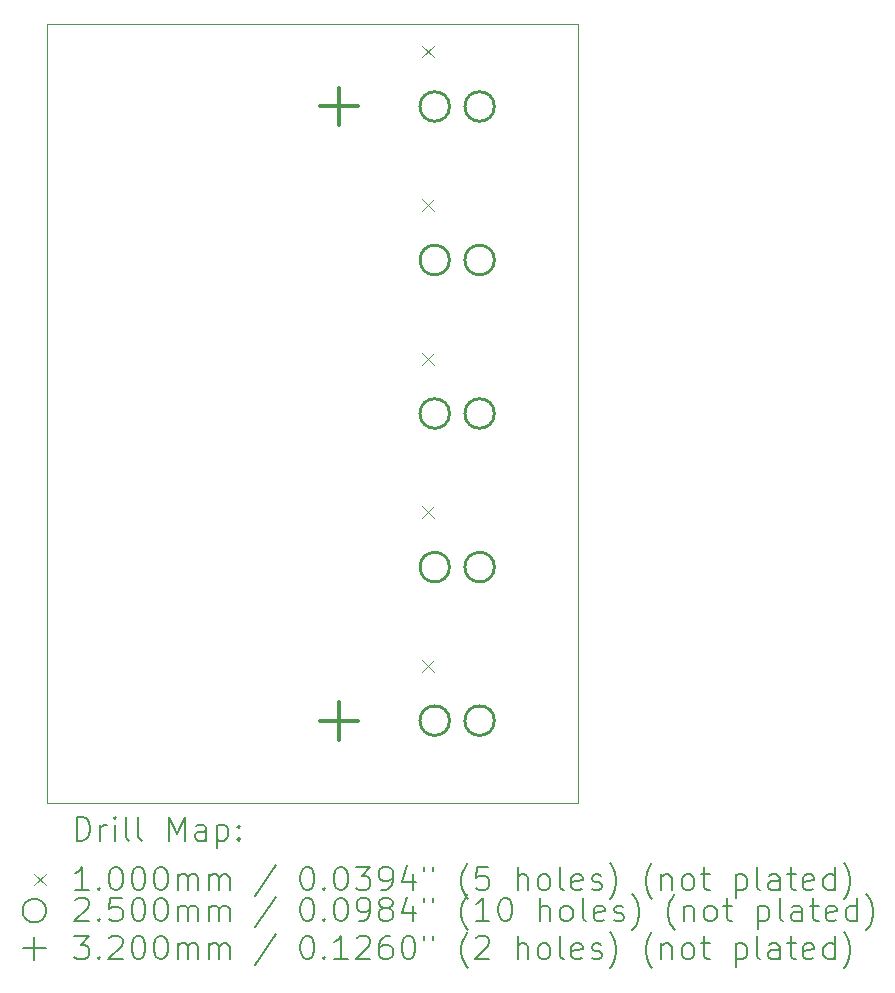
<source format=gbr>
%TF.GenerationSoftware,KiCad,Pcbnew,(6.0.8)*%
%TF.CreationDate,2023-09-02T11:51:02+03:00*%
%TF.ProjectId,line_sensor_encoder,6c696e65-5f73-4656-9e73-6f725f656e63,rev?*%
%TF.SameCoordinates,Original*%
%TF.FileFunction,Drillmap*%
%TF.FilePolarity,Positive*%
%FSLAX45Y45*%
G04 Gerber Fmt 4.5, Leading zero omitted, Abs format (unit mm)*
G04 Created by KiCad (PCBNEW (6.0.8)) date 2023-09-02 11:51:02*
%MOMM*%
%LPD*%
G01*
G04 APERTURE LIST*
%ADD10C,0.100000*%
%ADD11C,0.200000*%
%ADD12C,0.250000*%
%ADD13C,0.320000*%
G04 APERTURE END LIST*
D10*
X12600000Y-6325000D02*
X17100000Y-6325000D01*
X17100000Y-6325000D02*
X17100000Y-12925000D01*
X17100000Y-12925000D02*
X12600000Y-12925000D01*
X12600000Y-12925000D02*
X12600000Y-6325000D01*
D11*
D10*
X15780000Y-6510000D02*
X15880000Y-6610000D01*
X15880000Y-6510000D02*
X15780000Y-6610000D01*
X15780000Y-7810000D02*
X15880000Y-7910000D01*
X15880000Y-7810000D02*
X15780000Y-7910000D01*
X15780000Y-9110000D02*
X15880000Y-9210000D01*
X15880000Y-9110000D02*
X15780000Y-9210000D01*
X15780000Y-10410000D02*
X15880000Y-10510000D01*
X15880000Y-10410000D02*
X15780000Y-10510000D01*
X15780000Y-11710000D02*
X15880000Y-11810000D01*
X15880000Y-11710000D02*
X15780000Y-11810000D01*
D12*
X16010000Y-7025000D02*
G75*
G03*
X16010000Y-7025000I-125000J0D01*
G01*
X16010000Y-8325000D02*
G75*
G03*
X16010000Y-8325000I-125000J0D01*
G01*
X16010000Y-9625000D02*
G75*
G03*
X16010000Y-9625000I-125000J0D01*
G01*
X16010000Y-10925000D02*
G75*
G03*
X16010000Y-10925000I-125000J0D01*
G01*
X16010000Y-12225000D02*
G75*
G03*
X16010000Y-12225000I-125000J0D01*
G01*
X16390000Y-7025000D02*
G75*
G03*
X16390000Y-7025000I-125000J0D01*
G01*
X16390000Y-8325000D02*
G75*
G03*
X16390000Y-8325000I-125000J0D01*
G01*
X16390000Y-9625000D02*
G75*
G03*
X16390000Y-9625000I-125000J0D01*
G01*
X16390000Y-10925000D02*
G75*
G03*
X16390000Y-10925000I-125000J0D01*
G01*
X16390000Y-12225000D02*
G75*
G03*
X16390000Y-12225000I-125000J0D01*
G01*
D13*
X15075000Y-6865000D02*
X15075000Y-7185000D01*
X14915000Y-7025000D02*
X15235000Y-7025000D01*
X15075000Y-12065000D02*
X15075000Y-12385000D01*
X14915000Y-12225000D02*
X15235000Y-12225000D01*
D11*
X12852619Y-13240476D02*
X12852619Y-13040476D01*
X12900238Y-13040476D01*
X12928809Y-13050000D01*
X12947857Y-13069048D01*
X12957381Y-13088095D01*
X12966905Y-13126190D01*
X12966905Y-13154762D01*
X12957381Y-13192857D01*
X12947857Y-13211905D01*
X12928809Y-13230952D01*
X12900238Y-13240476D01*
X12852619Y-13240476D01*
X13052619Y-13240476D02*
X13052619Y-13107143D01*
X13052619Y-13145238D02*
X13062143Y-13126190D01*
X13071667Y-13116667D01*
X13090714Y-13107143D01*
X13109762Y-13107143D01*
X13176428Y-13240476D02*
X13176428Y-13107143D01*
X13176428Y-13040476D02*
X13166905Y-13050000D01*
X13176428Y-13059524D01*
X13185952Y-13050000D01*
X13176428Y-13040476D01*
X13176428Y-13059524D01*
X13300238Y-13240476D02*
X13281190Y-13230952D01*
X13271667Y-13211905D01*
X13271667Y-13040476D01*
X13405000Y-13240476D02*
X13385952Y-13230952D01*
X13376428Y-13211905D01*
X13376428Y-13040476D01*
X13633571Y-13240476D02*
X13633571Y-13040476D01*
X13700238Y-13183333D01*
X13766905Y-13040476D01*
X13766905Y-13240476D01*
X13947857Y-13240476D02*
X13947857Y-13135714D01*
X13938333Y-13116667D01*
X13919286Y-13107143D01*
X13881190Y-13107143D01*
X13862143Y-13116667D01*
X13947857Y-13230952D02*
X13928809Y-13240476D01*
X13881190Y-13240476D01*
X13862143Y-13230952D01*
X13852619Y-13211905D01*
X13852619Y-13192857D01*
X13862143Y-13173809D01*
X13881190Y-13164286D01*
X13928809Y-13164286D01*
X13947857Y-13154762D01*
X14043095Y-13107143D02*
X14043095Y-13307143D01*
X14043095Y-13116667D02*
X14062143Y-13107143D01*
X14100238Y-13107143D01*
X14119286Y-13116667D01*
X14128809Y-13126190D01*
X14138333Y-13145238D01*
X14138333Y-13202381D01*
X14128809Y-13221428D01*
X14119286Y-13230952D01*
X14100238Y-13240476D01*
X14062143Y-13240476D01*
X14043095Y-13230952D01*
X14224048Y-13221428D02*
X14233571Y-13230952D01*
X14224048Y-13240476D01*
X14214524Y-13230952D01*
X14224048Y-13221428D01*
X14224048Y-13240476D01*
X14224048Y-13116667D02*
X14233571Y-13126190D01*
X14224048Y-13135714D01*
X14214524Y-13126190D01*
X14224048Y-13116667D01*
X14224048Y-13135714D01*
D10*
X12495000Y-13520000D02*
X12595000Y-13620000D01*
X12595000Y-13520000D02*
X12495000Y-13620000D01*
D11*
X12957381Y-13660476D02*
X12843095Y-13660476D01*
X12900238Y-13660476D02*
X12900238Y-13460476D01*
X12881190Y-13489048D01*
X12862143Y-13508095D01*
X12843095Y-13517619D01*
X13043095Y-13641428D02*
X13052619Y-13650952D01*
X13043095Y-13660476D01*
X13033571Y-13650952D01*
X13043095Y-13641428D01*
X13043095Y-13660476D01*
X13176428Y-13460476D02*
X13195476Y-13460476D01*
X13214524Y-13470000D01*
X13224048Y-13479524D01*
X13233571Y-13498571D01*
X13243095Y-13536667D01*
X13243095Y-13584286D01*
X13233571Y-13622381D01*
X13224048Y-13641428D01*
X13214524Y-13650952D01*
X13195476Y-13660476D01*
X13176428Y-13660476D01*
X13157381Y-13650952D01*
X13147857Y-13641428D01*
X13138333Y-13622381D01*
X13128809Y-13584286D01*
X13128809Y-13536667D01*
X13138333Y-13498571D01*
X13147857Y-13479524D01*
X13157381Y-13470000D01*
X13176428Y-13460476D01*
X13366905Y-13460476D02*
X13385952Y-13460476D01*
X13405000Y-13470000D01*
X13414524Y-13479524D01*
X13424048Y-13498571D01*
X13433571Y-13536667D01*
X13433571Y-13584286D01*
X13424048Y-13622381D01*
X13414524Y-13641428D01*
X13405000Y-13650952D01*
X13385952Y-13660476D01*
X13366905Y-13660476D01*
X13347857Y-13650952D01*
X13338333Y-13641428D01*
X13328809Y-13622381D01*
X13319286Y-13584286D01*
X13319286Y-13536667D01*
X13328809Y-13498571D01*
X13338333Y-13479524D01*
X13347857Y-13470000D01*
X13366905Y-13460476D01*
X13557381Y-13460476D02*
X13576428Y-13460476D01*
X13595476Y-13470000D01*
X13605000Y-13479524D01*
X13614524Y-13498571D01*
X13624048Y-13536667D01*
X13624048Y-13584286D01*
X13614524Y-13622381D01*
X13605000Y-13641428D01*
X13595476Y-13650952D01*
X13576428Y-13660476D01*
X13557381Y-13660476D01*
X13538333Y-13650952D01*
X13528809Y-13641428D01*
X13519286Y-13622381D01*
X13509762Y-13584286D01*
X13509762Y-13536667D01*
X13519286Y-13498571D01*
X13528809Y-13479524D01*
X13538333Y-13470000D01*
X13557381Y-13460476D01*
X13709762Y-13660476D02*
X13709762Y-13527143D01*
X13709762Y-13546190D02*
X13719286Y-13536667D01*
X13738333Y-13527143D01*
X13766905Y-13527143D01*
X13785952Y-13536667D01*
X13795476Y-13555714D01*
X13795476Y-13660476D01*
X13795476Y-13555714D02*
X13805000Y-13536667D01*
X13824048Y-13527143D01*
X13852619Y-13527143D01*
X13871667Y-13536667D01*
X13881190Y-13555714D01*
X13881190Y-13660476D01*
X13976428Y-13660476D02*
X13976428Y-13527143D01*
X13976428Y-13546190D02*
X13985952Y-13536667D01*
X14005000Y-13527143D01*
X14033571Y-13527143D01*
X14052619Y-13536667D01*
X14062143Y-13555714D01*
X14062143Y-13660476D01*
X14062143Y-13555714D02*
X14071667Y-13536667D01*
X14090714Y-13527143D01*
X14119286Y-13527143D01*
X14138333Y-13536667D01*
X14147857Y-13555714D01*
X14147857Y-13660476D01*
X14538333Y-13450952D02*
X14366905Y-13708095D01*
X14795476Y-13460476D02*
X14814524Y-13460476D01*
X14833571Y-13470000D01*
X14843095Y-13479524D01*
X14852619Y-13498571D01*
X14862143Y-13536667D01*
X14862143Y-13584286D01*
X14852619Y-13622381D01*
X14843095Y-13641428D01*
X14833571Y-13650952D01*
X14814524Y-13660476D01*
X14795476Y-13660476D01*
X14776428Y-13650952D01*
X14766905Y-13641428D01*
X14757381Y-13622381D01*
X14747857Y-13584286D01*
X14747857Y-13536667D01*
X14757381Y-13498571D01*
X14766905Y-13479524D01*
X14776428Y-13470000D01*
X14795476Y-13460476D01*
X14947857Y-13641428D02*
X14957381Y-13650952D01*
X14947857Y-13660476D01*
X14938333Y-13650952D01*
X14947857Y-13641428D01*
X14947857Y-13660476D01*
X15081190Y-13460476D02*
X15100238Y-13460476D01*
X15119286Y-13470000D01*
X15128809Y-13479524D01*
X15138333Y-13498571D01*
X15147857Y-13536667D01*
X15147857Y-13584286D01*
X15138333Y-13622381D01*
X15128809Y-13641428D01*
X15119286Y-13650952D01*
X15100238Y-13660476D01*
X15081190Y-13660476D01*
X15062143Y-13650952D01*
X15052619Y-13641428D01*
X15043095Y-13622381D01*
X15033571Y-13584286D01*
X15033571Y-13536667D01*
X15043095Y-13498571D01*
X15052619Y-13479524D01*
X15062143Y-13470000D01*
X15081190Y-13460476D01*
X15214524Y-13460476D02*
X15338333Y-13460476D01*
X15271667Y-13536667D01*
X15300238Y-13536667D01*
X15319286Y-13546190D01*
X15328809Y-13555714D01*
X15338333Y-13574762D01*
X15338333Y-13622381D01*
X15328809Y-13641428D01*
X15319286Y-13650952D01*
X15300238Y-13660476D01*
X15243095Y-13660476D01*
X15224048Y-13650952D01*
X15214524Y-13641428D01*
X15433571Y-13660476D02*
X15471667Y-13660476D01*
X15490714Y-13650952D01*
X15500238Y-13641428D01*
X15519286Y-13612857D01*
X15528809Y-13574762D01*
X15528809Y-13498571D01*
X15519286Y-13479524D01*
X15509762Y-13470000D01*
X15490714Y-13460476D01*
X15452619Y-13460476D01*
X15433571Y-13470000D01*
X15424048Y-13479524D01*
X15414524Y-13498571D01*
X15414524Y-13546190D01*
X15424048Y-13565238D01*
X15433571Y-13574762D01*
X15452619Y-13584286D01*
X15490714Y-13584286D01*
X15509762Y-13574762D01*
X15519286Y-13565238D01*
X15528809Y-13546190D01*
X15700238Y-13527143D02*
X15700238Y-13660476D01*
X15652619Y-13450952D02*
X15605000Y-13593809D01*
X15728809Y-13593809D01*
X15795476Y-13460476D02*
X15795476Y-13498571D01*
X15871667Y-13460476D02*
X15871667Y-13498571D01*
X16166905Y-13736667D02*
X16157381Y-13727143D01*
X16138333Y-13698571D01*
X16128809Y-13679524D01*
X16119286Y-13650952D01*
X16109762Y-13603333D01*
X16109762Y-13565238D01*
X16119286Y-13517619D01*
X16128809Y-13489048D01*
X16138333Y-13470000D01*
X16157381Y-13441428D01*
X16166905Y-13431905D01*
X16338333Y-13460476D02*
X16243095Y-13460476D01*
X16233571Y-13555714D01*
X16243095Y-13546190D01*
X16262143Y-13536667D01*
X16309762Y-13536667D01*
X16328809Y-13546190D01*
X16338333Y-13555714D01*
X16347857Y-13574762D01*
X16347857Y-13622381D01*
X16338333Y-13641428D01*
X16328809Y-13650952D01*
X16309762Y-13660476D01*
X16262143Y-13660476D01*
X16243095Y-13650952D01*
X16233571Y-13641428D01*
X16585952Y-13660476D02*
X16585952Y-13460476D01*
X16671667Y-13660476D02*
X16671667Y-13555714D01*
X16662143Y-13536667D01*
X16643095Y-13527143D01*
X16614524Y-13527143D01*
X16595476Y-13536667D01*
X16585952Y-13546190D01*
X16795476Y-13660476D02*
X16776428Y-13650952D01*
X16766905Y-13641428D01*
X16757381Y-13622381D01*
X16757381Y-13565238D01*
X16766905Y-13546190D01*
X16776428Y-13536667D01*
X16795476Y-13527143D01*
X16824048Y-13527143D01*
X16843095Y-13536667D01*
X16852619Y-13546190D01*
X16862143Y-13565238D01*
X16862143Y-13622381D01*
X16852619Y-13641428D01*
X16843095Y-13650952D01*
X16824048Y-13660476D01*
X16795476Y-13660476D01*
X16976429Y-13660476D02*
X16957381Y-13650952D01*
X16947857Y-13631905D01*
X16947857Y-13460476D01*
X17128810Y-13650952D02*
X17109762Y-13660476D01*
X17071667Y-13660476D01*
X17052619Y-13650952D01*
X17043095Y-13631905D01*
X17043095Y-13555714D01*
X17052619Y-13536667D01*
X17071667Y-13527143D01*
X17109762Y-13527143D01*
X17128810Y-13536667D01*
X17138333Y-13555714D01*
X17138333Y-13574762D01*
X17043095Y-13593809D01*
X17214524Y-13650952D02*
X17233571Y-13660476D01*
X17271667Y-13660476D01*
X17290714Y-13650952D01*
X17300238Y-13631905D01*
X17300238Y-13622381D01*
X17290714Y-13603333D01*
X17271667Y-13593809D01*
X17243095Y-13593809D01*
X17224048Y-13584286D01*
X17214524Y-13565238D01*
X17214524Y-13555714D01*
X17224048Y-13536667D01*
X17243095Y-13527143D01*
X17271667Y-13527143D01*
X17290714Y-13536667D01*
X17366905Y-13736667D02*
X17376429Y-13727143D01*
X17395476Y-13698571D01*
X17405000Y-13679524D01*
X17414524Y-13650952D01*
X17424048Y-13603333D01*
X17424048Y-13565238D01*
X17414524Y-13517619D01*
X17405000Y-13489048D01*
X17395476Y-13470000D01*
X17376429Y-13441428D01*
X17366905Y-13431905D01*
X17728810Y-13736667D02*
X17719286Y-13727143D01*
X17700238Y-13698571D01*
X17690714Y-13679524D01*
X17681190Y-13650952D01*
X17671667Y-13603333D01*
X17671667Y-13565238D01*
X17681190Y-13517619D01*
X17690714Y-13489048D01*
X17700238Y-13470000D01*
X17719286Y-13441428D01*
X17728810Y-13431905D01*
X17805000Y-13527143D02*
X17805000Y-13660476D01*
X17805000Y-13546190D02*
X17814524Y-13536667D01*
X17833571Y-13527143D01*
X17862143Y-13527143D01*
X17881190Y-13536667D01*
X17890714Y-13555714D01*
X17890714Y-13660476D01*
X18014524Y-13660476D02*
X17995476Y-13650952D01*
X17985952Y-13641428D01*
X17976429Y-13622381D01*
X17976429Y-13565238D01*
X17985952Y-13546190D01*
X17995476Y-13536667D01*
X18014524Y-13527143D01*
X18043095Y-13527143D01*
X18062143Y-13536667D01*
X18071667Y-13546190D01*
X18081190Y-13565238D01*
X18081190Y-13622381D01*
X18071667Y-13641428D01*
X18062143Y-13650952D01*
X18043095Y-13660476D01*
X18014524Y-13660476D01*
X18138333Y-13527143D02*
X18214524Y-13527143D01*
X18166905Y-13460476D02*
X18166905Y-13631905D01*
X18176429Y-13650952D01*
X18195476Y-13660476D01*
X18214524Y-13660476D01*
X18433571Y-13527143D02*
X18433571Y-13727143D01*
X18433571Y-13536667D02*
X18452619Y-13527143D01*
X18490714Y-13527143D01*
X18509762Y-13536667D01*
X18519286Y-13546190D01*
X18528810Y-13565238D01*
X18528810Y-13622381D01*
X18519286Y-13641428D01*
X18509762Y-13650952D01*
X18490714Y-13660476D01*
X18452619Y-13660476D01*
X18433571Y-13650952D01*
X18643095Y-13660476D02*
X18624048Y-13650952D01*
X18614524Y-13631905D01*
X18614524Y-13460476D01*
X18805000Y-13660476D02*
X18805000Y-13555714D01*
X18795476Y-13536667D01*
X18776429Y-13527143D01*
X18738333Y-13527143D01*
X18719286Y-13536667D01*
X18805000Y-13650952D02*
X18785952Y-13660476D01*
X18738333Y-13660476D01*
X18719286Y-13650952D01*
X18709762Y-13631905D01*
X18709762Y-13612857D01*
X18719286Y-13593809D01*
X18738333Y-13584286D01*
X18785952Y-13584286D01*
X18805000Y-13574762D01*
X18871667Y-13527143D02*
X18947857Y-13527143D01*
X18900238Y-13460476D02*
X18900238Y-13631905D01*
X18909762Y-13650952D01*
X18928810Y-13660476D01*
X18947857Y-13660476D01*
X19090714Y-13650952D02*
X19071667Y-13660476D01*
X19033571Y-13660476D01*
X19014524Y-13650952D01*
X19005000Y-13631905D01*
X19005000Y-13555714D01*
X19014524Y-13536667D01*
X19033571Y-13527143D01*
X19071667Y-13527143D01*
X19090714Y-13536667D01*
X19100238Y-13555714D01*
X19100238Y-13574762D01*
X19005000Y-13593809D01*
X19271667Y-13660476D02*
X19271667Y-13460476D01*
X19271667Y-13650952D02*
X19252619Y-13660476D01*
X19214524Y-13660476D01*
X19195476Y-13650952D01*
X19185952Y-13641428D01*
X19176429Y-13622381D01*
X19176429Y-13565238D01*
X19185952Y-13546190D01*
X19195476Y-13536667D01*
X19214524Y-13527143D01*
X19252619Y-13527143D01*
X19271667Y-13536667D01*
X19347857Y-13736667D02*
X19357381Y-13727143D01*
X19376429Y-13698571D01*
X19385952Y-13679524D01*
X19395476Y-13650952D01*
X19405000Y-13603333D01*
X19405000Y-13565238D01*
X19395476Y-13517619D01*
X19385952Y-13489048D01*
X19376429Y-13470000D01*
X19357381Y-13441428D01*
X19347857Y-13431905D01*
X12595000Y-13834000D02*
G75*
G03*
X12595000Y-13834000I-100000J0D01*
G01*
X12843095Y-13743524D02*
X12852619Y-13734000D01*
X12871667Y-13724476D01*
X12919286Y-13724476D01*
X12938333Y-13734000D01*
X12947857Y-13743524D01*
X12957381Y-13762571D01*
X12957381Y-13781619D01*
X12947857Y-13810190D01*
X12833571Y-13924476D01*
X12957381Y-13924476D01*
X13043095Y-13905428D02*
X13052619Y-13914952D01*
X13043095Y-13924476D01*
X13033571Y-13914952D01*
X13043095Y-13905428D01*
X13043095Y-13924476D01*
X13233571Y-13724476D02*
X13138333Y-13724476D01*
X13128809Y-13819714D01*
X13138333Y-13810190D01*
X13157381Y-13800667D01*
X13205000Y-13800667D01*
X13224048Y-13810190D01*
X13233571Y-13819714D01*
X13243095Y-13838762D01*
X13243095Y-13886381D01*
X13233571Y-13905428D01*
X13224048Y-13914952D01*
X13205000Y-13924476D01*
X13157381Y-13924476D01*
X13138333Y-13914952D01*
X13128809Y-13905428D01*
X13366905Y-13724476D02*
X13385952Y-13724476D01*
X13405000Y-13734000D01*
X13414524Y-13743524D01*
X13424048Y-13762571D01*
X13433571Y-13800667D01*
X13433571Y-13848286D01*
X13424048Y-13886381D01*
X13414524Y-13905428D01*
X13405000Y-13914952D01*
X13385952Y-13924476D01*
X13366905Y-13924476D01*
X13347857Y-13914952D01*
X13338333Y-13905428D01*
X13328809Y-13886381D01*
X13319286Y-13848286D01*
X13319286Y-13800667D01*
X13328809Y-13762571D01*
X13338333Y-13743524D01*
X13347857Y-13734000D01*
X13366905Y-13724476D01*
X13557381Y-13724476D02*
X13576428Y-13724476D01*
X13595476Y-13734000D01*
X13605000Y-13743524D01*
X13614524Y-13762571D01*
X13624048Y-13800667D01*
X13624048Y-13848286D01*
X13614524Y-13886381D01*
X13605000Y-13905428D01*
X13595476Y-13914952D01*
X13576428Y-13924476D01*
X13557381Y-13924476D01*
X13538333Y-13914952D01*
X13528809Y-13905428D01*
X13519286Y-13886381D01*
X13509762Y-13848286D01*
X13509762Y-13800667D01*
X13519286Y-13762571D01*
X13528809Y-13743524D01*
X13538333Y-13734000D01*
X13557381Y-13724476D01*
X13709762Y-13924476D02*
X13709762Y-13791143D01*
X13709762Y-13810190D02*
X13719286Y-13800667D01*
X13738333Y-13791143D01*
X13766905Y-13791143D01*
X13785952Y-13800667D01*
X13795476Y-13819714D01*
X13795476Y-13924476D01*
X13795476Y-13819714D02*
X13805000Y-13800667D01*
X13824048Y-13791143D01*
X13852619Y-13791143D01*
X13871667Y-13800667D01*
X13881190Y-13819714D01*
X13881190Y-13924476D01*
X13976428Y-13924476D02*
X13976428Y-13791143D01*
X13976428Y-13810190D02*
X13985952Y-13800667D01*
X14005000Y-13791143D01*
X14033571Y-13791143D01*
X14052619Y-13800667D01*
X14062143Y-13819714D01*
X14062143Y-13924476D01*
X14062143Y-13819714D02*
X14071667Y-13800667D01*
X14090714Y-13791143D01*
X14119286Y-13791143D01*
X14138333Y-13800667D01*
X14147857Y-13819714D01*
X14147857Y-13924476D01*
X14538333Y-13714952D02*
X14366905Y-13972095D01*
X14795476Y-13724476D02*
X14814524Y-13724476D01*
X14833571Y-13734000D01*
X14843095Y-13743524D01*
X14852619Y-13762571D01*
X14862143Y-13800667D01*
X14862143Y-13848286D01*
X14852619Y-13886381D01*
X14843095Y-13905428D01*
X14833571Y-13914952D01*
X14814524Y-13924476D01*
X14795476Y-13924476D01*
X14776428Y-13914952D01*
X14766905Y-13905428D01*
X14757381Y-13886381D01*
X14747857Y-13848286D01*
X14747857Y-13800667D01*
X14757381Y-13762571D01*
X14766905Y-13743524D01*
X14776428Y-13734000D01*
X14795476Y-13724476D01*
X14947857Y-13905428D02*
X14957381Y-13914952D01*
X14947857Y-13924476D01*
X14938333Y-13914952D01*
X14947857Y-13905428D01*
X14947857Y-13924476D01*
X15081190Y-13724476D02*
X15100238Y-13724476D01*
X15119286Y-13734000D01*
X15128809Y-13743524D01*
X15138333Y-13762571D01*
X15147857Y-13800667D01*
X15147857Y-13848286D01*
X15138333Y-13886381D01*
X15128809Y-13905428D01*
X15119286Y-13914952D01*
X15100238Y-13924476D01*
X15081190Y-13924476D01*
X15062143Y-13914952D01*
X15052619Y-13905428D01*
X15043095Y-13886381D01*
X15033571Y-13848286D01*
X15033571Y-13800667D01*
X15043095Y-13762571D01*
X15052619Y-13743524D01*
X15062143Y-13734000D01*
X15081190Y-13724476D01*
X15243095Y-13924476D02*
X15281190Y-13924476D01*
X15300238Y-13914952D01*
X15309762Y-13905428D01*
X15328809Y-13876857D01*
X15338333Y-13838762D01*
X15338333Y-13762571D01*
X15328809Y-13743524D01*
X15319286Y-13734000D01*
X15300238Y-13724476D01*
X15262143Y-13724476D01*
X15243095Y-13734000D01*
X15233571Y-13743524D01*
X15224048Y-13762571D01*
X15224048Y-13810190D01*
X15233571Y-13829238D01*
X15243095Y-13838762D01*
X15262143Y-13848286D01*
X15300238Y-13848286D01*
X15319286Y-13838762D01*
X15328809Y-13829238D01*
X15338333Y-13810190D01*
X15452619Y-13810190D02*
X15433571Y-13800667D01*
X15424048Y-13791143D01*
X15414524Y-13772095D01*
X15414524Y-13762571D01*
X15424048Y-13743524D01*
X15433571Y-13734000D01*
X15452619Y-13724476D01*
X15490714Y-13724476D01*
X15509762Y-13734000D01*
X15519286Y-13743524D01*
X15528809Y-13762571D01*
X15528809Y-13772095D01*
X15519286Y-13791143D01*
X15509762Y-13800667D01*
X15490714Y-13810190D01*
X15452619Y-13810190D01*
X15433571Y-13819714D01*
X15424048Y-13829238D01*
X15414524Y-13848286D01*
X15414524Y-13886381D01*
X15424048Y-13905428D01*
X15433571Y-13914952D01*
X15452619Y-13924476D01*
X15490714Y-13924476D01*
X15509762Y-13914952D01*
X15519286Y-13905428D01*
X15528809Y-13886381D01*
X15528809Y-13848286D01*
X15519286Y-13829238D01*
X15509762Y-13819714D01*
X15490714Y-13810190D01*
X15700238Y-13791143D02*
X15700238Y-13924476D01*
X15652619Y-13714952D02*
X15605000Y-13857809D01*
X15728809Y-13857809D01*
X15795476Y-13724476D02*
X15795476Y-13762571D01*
X15871667Y-13724476D02*
X15871667Y-13762571D01*
X16166905Y-14000667D02*
X16157381Y-13991143D01*
X16138333Y-13962571D01*
X16128809Y-13943524D01*
X16119286Y-13914952D01*
X16109762Y-13867333D01*
X16109762Y-13829238D01*
X16119286Y-13781619D01*
X16128809Y-13753048D01*
X16138333Y-13734000D01*
X16157381Y-13705428D01*
X16166905Y-13695905D01*
X16347857Y-13924476D02*
X16233571Y-13924476D01*
X16290714Y-13924476D02*
X16290714Y-13724476D01*
X16271667Y-13753048D01*
X16252619Y-13772095D01*
X16233571Y-13781619D01*
X16471667Y-13724476D02*
X16490714Y-13724476D01*
X16509762Y-13734000D01*
X16519286Y-13743524D01*
X16528809Y-13762571D01*
X16538333Y-13800667D01*
X16538333Y-13848286D01*
X16528809Y-13886381D01*
X16519286Y-13905428D01*
X16509762Y-13914952D01*
X16490714Y-13924476D01*
X16471667Y-13924476D01*
X16452619Y-13914952D01*
X16443095Y-13905428D01*
X16433571Y-13886381D01*
X16424048Y-13848286D01*
X16424048Y-13800667D01*
X16433571Y-13762571D01*
X16443095Y-13743524D01*
X16452619Y-13734000D01*
X16471667Y-13724476D01*
X16776428Y-13924476D02*
X16776428Y-13724476D01*
X16862143Y-13924476D02*
X16862143Y-13819714D01*
X16852619Y-13800667D01*
X16833571Y-13791143D01*
X16805000Y-13791143D01*
X16785952Y-13800667D01*
X16776428Y-13810190D01*
X16985952Y-13924476D02*
X16966905Y-13914952D01*
X16957381Y-13905428D01*
X16947857Y-13886381D01*
X16947857Y-13829238D01*
X16957381Y-13810190D01*
X16966905Y-13800667D01*
X16985952Y-13791143D01*
X17014524Y-13791143D01*
X17033571Y-13800667D01*
X17043095Y-13810190D01*
X17052619Y-13829238D01*
X17052619Y-13886381D01*
X17043095Y-13905428D01*
X17033571Y-13914952D01*
X17014524Y-13924476D01*
X16985952Y-13924476D01*
X17166905Y-13924476D02*
X17147857Y-13914952D01*
X17138333Y-13895905D01*
X17138333Y-13724476D01*
X17319286Y-13914952D02*
X17300238Y-13924476D01*
X17262143Y-13924476D01*
X17243095Y-13914952D01*
X17233571Y-13895905D01*
X17233571Y-13819714D01*
X17243095Y-13800667D01*
X17262143Y-13791143D01*
X17300238Y-13791143D01*
X17319286Y-13800667D01*
X17328810Y-13819714D01*
X17328810Y-13838762D01*
X17233571Y-13857809D01*
X17405000Y-13914952D02*
X17424048Y-13924476D01*
X17462143Y-13924476D01*
X17481190Y-13914952D01*
X17490714Y-13895905D01*
X17490714Y-13886381D01*
X17481190Y-13867333D01*
X17462143Y-13857809D01*
X17433571Y-13857809D01*
X17414524Y-13848286D01*
X17405000Y-13829238D01*
X17405000Y-13819714D01*
X17414524Y-13800667D01*
X17433571Y-13791143D01*
X17462143Y-13791143D01*
X17481190Y-13800667D01*
X17557381Y-14000667D02*
X17566905Y-13991143D01*
X17585952Y-13962571D01*
X17595476Y-13943524D01*
X17605000Y-13914952D01*
X17614524Y-13867333D01*
X17614524Y-13829238D01*
X17605000Y-13781619D01*
X17595476Y-13753048D01*
X17585952Y-13734000D01*
X17566905Y-13705428D01*
X17557381Y-13695905D01*
X17919286Y-14000667D02*
X17909762Y-13991143D01*
X17890714Y-13962571D01*
X17881190Y-13943524D01*
X17871667Y-13914952D01*
X17862143Y-13867333D01*
X17862143Y-13829238D01*
X17871667Y-13781619D01*
X17881190Y-13753048D01*
X17890714Y-13734000D01*
X17909762Y-13705428D01*
X17919286Y-13695905D01*
X17995476Y-13791143D02*
X17995476Y-13924476D01*
X17995476Y-13810190D02*
X18005000Y-13800667D01*
X18024048Y-13791143D01*
X18052619Y-13791143D01*
X18071667Y-13800667D01*
X18081190Y-13819714D01*
X18081190Y-13924476D01*
X18205000Y-13924476D02*
X18185952Y-13914952D01*
X18176429Y-13905428D01*
X18166905Y-13886381D01*
X18166905Y-13829238D01*
X18176429Y-13810190D01*
X18185952Y-13800667D01*
X18205000Y-13791143D01*
X18233571Y-13791143D01*
X18252619Y-13800667D01*
X18262143Y-13810190D01*
X18271667Y-13829238D01*
X18271667Y-13886381D01*
X18262143Y-13905428D01*
X18252619Y-13914952D01*
X18233571Y-13924476D01*
X18205000Y-13924476D01*
X18328810Y-13791143D02*
X18405000Y-13791143D01*
X18357381Y-13724476D02*
X18357381Y-13895905D01*
X18366905Y-13914952D01*
X18385952Y-13924476D01*
X18405000Y-13924476D01*
X18624048Y-13791143D02*
X18624048Y-13991143D01*
X18624048Y-13800667D02*
X18643095Y-13791143D01*
X18681190Y-13791143D01*
X18700238Y-13800667D01*
X18709762Y-13810190D01*
X18719286Y-13829238D01*
X18719286Y-13886381D01*
X18709762Y-13905428D01*
X18700238Y-13914952D01*
X18681190Y-13924476D01*
X18643095Y-13924476D01*
X18624048Y-13914952D01*
X18833571Y-13924476D02*
X18814524Y-13914952D01*
X18805000Y-13895905D01*
X18805000Y-13724476D01*
X18995476Y-13924476D02*
X18995476Y-13819714D01*
X18985952Y-13800667D01*
X18966905Y-13791143D01*
X18928810Y-13791143D01*
X18909762Y-13800667D01*
X18995476Y-13914952D02*
X18976429Y-13924476D01*
X18928810Y-13924476D01*
X18909762Y-13914952D01*
X18900238Y-13895905D01*
X18900238Y-13876857D01*
X18909762Y-13857809D01*
X18928810Y-13848286D01*
X18976429Y-13848286D01*
X18995476Y-13838762D01*
X19062143Y-13791143D02*
X19138333Y-13791143D01*
X19090714Y-13724476D02*
X19090714Y-13895905D01*
X19100238Y-13914952D01*
X19119286Y-13924476D01*
X19138333Y-13924476D01*
X19281190Y-13914952D02*
X19262143Y-13924476D01*
X19224048Y-13924476D01*
X19205000Y-13914952D01*
X19195476Y-13895905D01*
X19195476Y-13819714D01*
X19205000Y-13800667D01*
X19224048Y-13791143D01*
X19262143Y-13791143D01*
X19281190Y-13800667D01*
X19290714Y-13819714D01*
X19290714Y-13838762D01*
X19195476Y-13857809D01*
X19462143Y-13924476D02*
X19462143Y-13724476D01*
X19462143Y-13914952D02*
X19443095Y-13924476D01*
X19405000Y-13924476D01*
X19385952Y-13914952D01*
X19376429Y-13905428D01*
X19366905Y-13886381D01*
X19366905Y-13829238D01*
X19376429Y-13810190D01*
X19385952Y-13800667D01*
X19405000Y-13791143D01*
X19443095Y-13791143D01*
X19462143Y-13800667D01*
X19538333Y-14000667D02*
X19547857Y-13991143D01*
X19566905Y-13962571D01*
X19576429Y-13943524D01*
X19585952Y-13914952D01*
X19595476Y-13867333D01*
X19595476Y-13829238D01*
X19585952Y-13781619D01*
X19576429Y-13753048D01*
X19566905Y-13734000D01*
X19547857Y-13705428D01*
X19538333Y-13695905D01*
X12495000Y-14054000D02*
X12495000Y-14254000D01*
X12395000Y-14154000D02*
X12595000Y-14154000D01*
X12833571Y-14044476D02*
X12957381Y-14044476D01*
X12890714Y-14120667D01*
X12919286Y-14120667D01*
X12938333Y-14130190D01*
X12947857Y-14139714D01*
X12957381Y-14158762D01*
X12957381Y-14206381D01*
X12947857Y-14225428D01*
X12938333Y-14234952D01*
X12919286Y-14244476D01*
X12862143Y-14244476D01*
X12843095Y-14234952D01*
X12833571Y-14225428D01*
X13043095Y-14225428D02*
X13052619Y-14234952D01*
X13043095Y-14244476D01*
X13033571Y-14234952D01*
X13043095Y-14225428D01*
X13043095Y-14244476D01*
X13128809Y-14063524D02*
X13138333Y-14054000D01*
X13157381Y-14044476D01*
X13205000Y-14044476D01*
X13224048Y-14054000D01*
X13233571Y-14063524D01*
X13243095Y-14082571D01*
X13243095Y-14101619D01*
X13233571Y-14130190D01*
X13119286Y-14244476D01*
X13243095Y-14244476D01*
X13366905Y-14044476D02*
X13385952Y-14044476D01*
X13405000Y-14054000D01*
X13414524Y-14063524D01*
X13424048Y-14082571D01*
X13433571Y-14120667D01*
X13433571Y-14168286D01*
X13424048Y-14206381D01*
X13414524Y-14225428D01*
X13405000Y-14234952D01*
X13385952Y-14244476D01*
X13366905Y-14244476D01*
X13347857Y-14234952D01*
X13338333Y-14225428D01*
X13328809Y-14206381D01*
X13319286Y-14168286D01*
X13319286Y-14120667D01*
X13328809Y-14082571D01*
X13338333Y-14063524D01*
X13347857Y-14054000D01*
X13366905Y-14044476D01*
X13557381Y-14044476D02*
X13576428Y-14044476D01*
X13595476Y-14054000D01*
X13605000Y-14063524D01*
X13614524Y-14082571D01*
X13624048Y-14120667D01*
X13624048Y-14168286D01*
X13614524Y-14206381D01*
X13605000Y-14225428D01*
X13595476Y-14234952D01*
X13576428Y-14244476D01*
X13557381Y-14244476D01*
X13538333Y-14234952D01*
X13528809Y-14225428D01*
X13519286Y-14206381D01*
X13509762Y-14168286D01*
X13509762Y-14120667D01*
X13519286Y-14082571D01*
X13528809Y-14063524D01*
X13538333Y-14054000D01*
X13557381Y-14044476D01*
X13709762Y-14244476D02*
X13709762Y-14111143D01*
X13709762Y-14130190D02*
X13719286Y-14120667D01*
X13738333Y-14111143D01*
X13766905Y-14111143D01*
X13785952Y-14120667D01*
X13795476Y-14139714D01*
X13795476Y-14244476D01*
X13795476Y-14139714D02*
X13805000Y-14120667D01*
X13824048Y-14111143D01*
X13852619Y-14111143D01*
X13871667Y-14120667D01*
X13881190Y-14139714D01*
X13881190Y-14244476D01*
X13976428Y-14244476D02*
X13976428Y-14111143D01*
X13976428Y-14130190D02*
X13985952Y-14120667D01*
X14005000Y-14111143D01*
X14033571Y-14111143D01*
X14052619Y-14120667D01*
X14062143Y-14139714D01*
X14062143Y-14244476D01*
X14062143Y-14139714D02*
X14071667Y-14120667D01*
X14090714Y-14111143D01*
X14119286Y-14111143D01*
X14138333Y-14120667D01*
X14147857Y-14139714D01*
X14147857Y-14244476D01*
X14538333Y-14034952D02*
X14366905Y-14292095D01*
X14795476Y-14044476D02*
X14814524Y-14044476D01*
X14833571Y-14054000D01*
X14843095Y-14063524D01*
X14852619Y-14082571D01*
X14862143Y-14120667D01*
X14862143Y-14168286D01*
X14852619Y-14206381D01*
X14843095Y-14225428D01*
X14833571Y-14234952D01*
X14814524Y-14244476D01*
X14795476Y-14244476D01*
X14776428Y-14234952D01*
X14766905Y-14225428D01*
X14757381Y-14206381D01*
X14747857Y-14168286D01*
X14747857Y-14120667D01*
X14757381Y-14082571D01*
X14766905Y-14063524D01*
X14776428Y-14054000D01*
X14795476Y-14044476D01*
X14947857Y-14225428D02*
X14957381Y-14234952D01*
X14947857Y-14244476D01*
X14938333Y-14234952D01*
X14947857Y-14225428D01*
X14947857Y-14244476D01*
X15147857Y-14244476D02*
X15033571Y-14244476D01*
X15090714Y-14244476D02*
X15090714Y-14044476D01*
X15071667Y-14073048D01*
X15052619Y-14092095D01*
X15033571Y-14101619D01*
X15224048Y-14063524D02*
X15233571Y-14054000D01*
X15252619Y-14044476D01*
X15300238Y-14044476D01*
X15319286Y-14054000D01*
X15328809Y-14063524D01*
X15338333Y-14082571D01*
X15338333Y-14101619D01*
X15328809Y-14130190D01*
X15214524Y-14244476D01*
X15338333Y-14244476D01*
X15509762Y-14044476D02*
X15471667Y-14044476D01*
X15452619Y-14054000D01*
X15443095Y-14063524D01*
X15424048Y-14092095D01*
X15414524Y-14130190D01*
X15414524Y-14206381D01*
X15424048Y-14225428D01*
X15433571Y-14234952D01*
X15452619Y-14244476D01*
X15490714Y-14244476D01*
X15509762Y-14234952D01*
X15519286Y-14225428D01*
X15528809Y-14206381D01*
X15528809Y-14158762D01*
X15519286Y-14139714D01*
X15509762Y-14130190D01*
X15490714Y-14120667D01*
X15452619Y-14120667D01*
X15433571Y-14130190D01*
X15424048Y-14139714D01*
X15414524Y-14158762D01*
X15652619Y-14044476D02*
X15671667Y-14044476D01*
X15690714Y-14054000D01*
X15700238Y-14063524D01*
X15709762Y-14082571D01*
X15719286Y-14120667D01*
X15719286Y-14168286D01*
X15709762Y-14206381D01*
X15700238Y-14225428D01*
X15690714Y-14234952D01*
X15671667Y-14244476D01*
X15652619Y-14244476D01*
X15633571Y-14234952D01*
X15624048Y-14225428D01*
X15614524Y-14206381D01*
X15605000Y-14168286D01*
X15605000Y-14120667D01*
X15614524Y-14082571D01*
X15624048Y-14063524D01*
X15633571Y-14054000D01*
X15652619Y-14044476D01*
X15795476Y-14044476D02*
X15795476Y-14082571D01*
X15871667Y-14044476D02*
X15871667Y-14082571D01*
X16166905Y-14320667D02*
X16157381Y-14311143D01*
X16138333Y-14282571D01*
X16128809Y-14263524D01*
X16119286Y-14234952D01*
X16109762Y-14187333D01*
X16109762Y-14149238D01*
X16119286Y-14101619D01*
X16128809Y-14073048D01*
X16138333Y-14054000D01*
X16157381Y-14025428D01*
X16166905Y-14015905D01*
X16233571Y-14063524D02*
X16243095Y-14054000D01*
X16262143Y-14044476D01*
X16309762Y-14044476D01*
X16328809Y-14054000D01*
X16338333Y-14063524D01*
X16347857Y-14082571D01*
X16347857Y-14101619D01*
X16338333Y-14130190D01*
X16224048Y-14244476D01*
X16347857Y-14244476D01*
X16585952Y-14244476D02*
X16585952Y-14044476D01*
X16671667Y-14244476D02*
X16671667Y-14139714D01*
X16662143Y-14120667D01*
X16643095Y-14111143D01*
X16614524Y-14111143D01*
X16595476Y-14120667D01*
X16585952Y-14130190D01*
X16795476Y-14244476D02*
X16776428Y-14234952D01*
X16766905Y-14225428D01*
X16757381Y-14206381D01*
X16757381Y-14149238D01*
X16766905Y-14130190D01*
X16776428Y-14120667D01*
X16795476Y-14111143D01*
X16824048Y-14111143D01*
X16843095Y-14120667D01*
X16852619Y-14130190D01*
X16862143Y-14149238D01*
X16862143Y-14206381D01*
X16852619Y-14225428D01*
X16843095Y-14234952D01*
X16824048Y-14244476D01*
X16795476Y-14244476D01*
X16976429Y-14244476D02*
X16957381Y-14234952D01*
X16947857Y-14215905D01*
X16947857Y-14044476D01*
X17128810Y-14234952D02*
X17109762Y-14244476D01*
X17071667Y-14244476D01*
X17052619Y-14234952D01*
X17043095Y-14215905D01*
X17043095Y-14139714D01*
X17052619Y-14120667D01*
X17071667Y-14111143D01*
X17109762Y-14111143D01*
X17128810Y-14120667D01*
X17138333Y-14139714D01*
X17138333Y-14158762D01*
X17043095Y-14177809D01*
X17214524Y-14234952D02*
X17233571Y-14244476D01*
X17271667Y-14244476D01*
X17290714Y-14234952D01*
X17300238Y-14215905D01*
X17300238Y-14206381D01*
X17290714Y-14187333D01*
X17271667Y-14177809D01*
X17243095Y-14177809D01*
X17224048Y-14168286D01*
X17214524Y-14149238D01*
X17214524Y-14139714D01*
X17224048Y-14120667D01*
X17243095Y-14111143D01*
X17271667Y-14111143D01*
X17290714Y-14120667D01*
X17366905Y-14320667D02*
X17376429Y-14311143D01*
X17395476Y-14282571D01*
X17405000Y-14263524D01*
X17414524Y-14234952D01*
X17424048Y-14187333D01*
X17424048Y-14149238D01*
X17414524Y-14101619D01*
X17405000Y-14073048D01*
X17395476Y-14054000D01*
X17376429Y-14025428D01*
X17366905Y-14015905D01*
X17728810Y-14320667D02*
X17719286Y-14311143D01*
X17700238Y-14282571D01*
X17690714Y-14263524D01*
X17681190Y-14234952D01*
X17671667Y-14187333D01*
X17671667Y-14149238D01*
X17681190Y-14101619D01*
X17690714Y-14073048D01*
X17700238Y-14054000D01*
X17719286Y-14025428D01*
X17728810Y-14015905D01*
X17805000Y-14111143D02*
X17805000Y-14244476D01*
X17805000Y-14130190D02*
X17814524Y-14120667D01*
X17833571Y-14111143D01*
X17862143Y-14111143D01*
X17881190Y-14120667D01*
X17890714Y-14139714D01*
X17890714Y-14244476D01*
X18014524Y-14244476D02*
X17995476Y-14234952D01*
X17985952Y-14225428D01*
X17976429Y-14206381D01*
X17976429Y-14149238D01*
X17985952Y-14130190D01*
X17995476Y-14120667D01*
X18014524Y-14111143D01*
X18043095Y-14111143D01*
X18062143Y-14120667D01*
X18071667Y-14130190D01*
X18081190Y-14149238D01*
X18081190Y-14206381D01*
X18071667Y-14225428D01*
X18062143Y-14234952D01*
X18043095Y-14244476D01*
X18014524Y-14244476D01*
X18138333Y-14111143D02*
X18214524Y-14111143D01*
X18166905Y-14044476D02*
X18166905Y-14215905D01*
X18176429Y-14234952D01*
X18195476Y-14244476D01*
X18214524Y-14244476D01*
X18433571Y-14111143D02*
X18433571Y-14311143D01*
X18433571Y-14120667D02*
X18452619Y-14111143D01*
X18490714Y-14111143D01*
X18509762Y-14120667D01*
X18519286Y-14130190D01*
X18528810Y-14149238D01*
X18528810Y-14206381D01*
X18519286Y-14225428D01*
X18509762Y-14234952D01*
X18490714Y-14244476D01*
X18452619Y-14244476D01*
X18433571Y-14234952D01*
X18643095Y-14244476D02*
X18624048Y-14234952D01*
X18614524Y-14215905D01*
X18614524Y-14044476D01*
X18805000Y-14244476D02*
X18805000Y-14139714D01*
X18795476Y-14120667D01*
X18776429Y-14111143D01*
X18738333Y-14111143D01*
X18719286Y-14120667D01*
X18805000Y-14234952D02*
X18785952Y-14244476D01*
X18738333Y-14244476D01*
X18719286Y-14234952D01*
X18709762Y-14215905D01*
X18709762Y-14196857D01*
X18719286Y-14177809D01*
X18738333Y-14168286D01*
X18785952Y-14168286D01*
X18805000Y-14158762D01*
X18871667Y-14111143D02*
X18947857Y-14111143D01*
X18900238Y-14044476D02*
X18900238Y-14215905D01*
X18909762Y-14234952D01*
X18928810Y-14244476D01*
X18947857Y-14244476D01*
X19090714Y-14234952D02*
X19071667Y-14244476D01*
X19033571Y-14244476D01*
X19014524Y-14234952D01*
X19005000Y-14215905D01*
X19005000Y-14139714D01*
X19014524Y-14120667D01*
X19033571Y-14111143D01*
X19071667Y-14111143D01*
X19090714Y-14120667D01*
X19100238Y-14139714D01*
X19100238Y-14158762D01*
X19005000Y-14177809D01*
X19271667Y-14244476D02*
X19271667Y-14044476D01*
X19271667Y-14234952D02*
X19252619Y-14244476D01*
X19214524Y-14244476D01*
X19195476Y-14234952D01*
X19185952Y-14225428D01*
X19176429Y-14206381D01*
X19176429Y-14149238D01*
X19185952Y-14130190D01*
X19195476Y-14120667D01*
X19214524Y-14111143D01*
X19252619Y-14111143D01*
X19271667Y-14120667D01*
X19347857Y-14320667D02*
X19357381Y-14311143D01*
X19376429Y-14282571D01*
X19385952Y-14263524D01*
X19395476Y-14234952D01*
X19405000Y-14187333D01*
X19405000Y-14149238D01*
X19395476Y-14101619D01*
X19385952Y-14073048D01*
X19376429Y-14054000D01*
X19357381Y-14025428D01*
X19347857Y-14015905D01*
M02*

</source>
